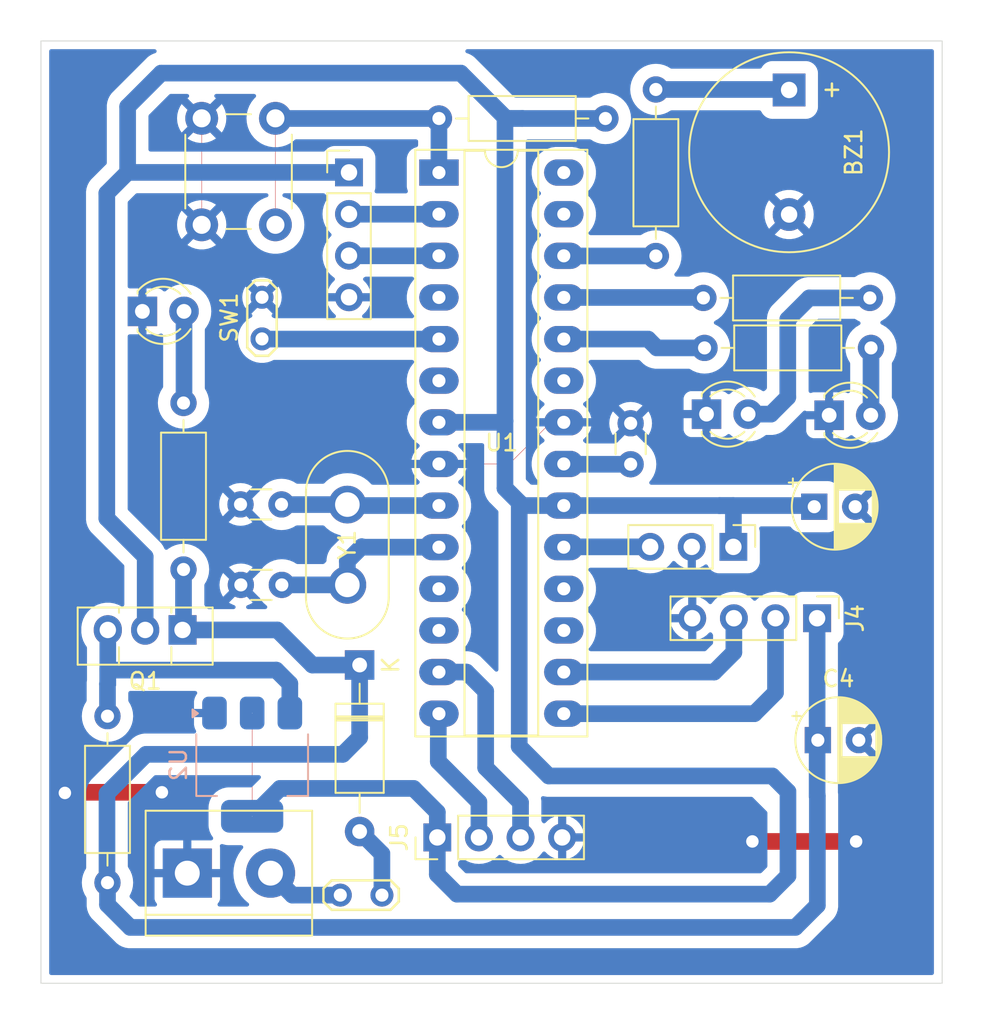
<source format=kicad_pcb>
(kicad_pcb (version 20240108) (generator "pcbnew") (generator_version "8.0")
  (layers (0 "F.Cu" signal) (31 "B.Cu" signal) (34 "B.Paste" user) (35 "F.Paste" user) (36 "B.SilkS" user "B.Silkscreen") (37 "F.SilkS" user "F.Silkscreen") (38 "B.Mask" user) (39 "F.Mask" user) (44 "Edge.Cuts" user))
  (net 0 "")
  (net 1 "GND")
  (net 2 "Net-(BZ1-+)")
  (net 3 "Net-(U1-AREF)")
  (net 4 "Net-(U1-XTAL1{slash}PB6)")
  (net 5 "Net-(U1-XTAL2{slash}PB7)")
  (net 6 "+12V")
  (net 7 "+5V")
  (net 8 "Net-(D1-A)")
  (net 9 "Net-(D2-A)")
  (net 10 "Net-(D3-A)")
  (net 11 "Net-(D4-A)")
  (net 12 "Net-(J1-Pin_2)")
  (net 13 "/Rx")
  (net 14 "/Tx")
  (net 15 "/servo")
  (net 16 "/GSM_Rx")
  (net 17 "/GSM_Tx")
  (net 18 "/FP_Rx")
  (net 19 "/FP_Tx")
  (net 20 "Net-(Q1-B)")
  (net 21 "Net-(SW2A-A)")
  (net 22 "/red_pin")
  (net 23 "/green_pin")
  (net 24 "/buzzer_pin")
  (net 25 "Net-(U1-PD3)")
  (footprint "Connector_PinHeader_2.54mm:PinHeader_1x04_P2.54mm_Vertical" (layer "F.Cu") (at 161.79 118.36 -90)
    (property "Reference" "J4" (at 0 -2.33 90) (layer "F.SilkS"))
    (property "Value" "GSM")
    (pad "1" thru_hole rect (at 0 0 270) (size 1.7 1.7) (drill 1) (layers "*.Cu" "*.Mask") (net 6 "+12V"))
    (pad "2" thru_hole oval (at 0 2.54 270) (size 1.7 1.7) (drill 1) (layers "*.Cu" "*.Mask") (net 16 "/GSM_Rx"))
    (pad "3" thru_hole oval (at 0 5.08 270) (size 1.7 1.7) (drill 1) (layers "*.Cu" "*.Mask") (net 17 "/GSM_Tx"))
    (pad "4" thru_hole oval (at 0 7.62 270) (size 1.7 1.7) (drill 1) (layers "*.Cu" "*.Mask") (net 1 "GND"))
  )
  (footprint "Capacitor_THT:CP_Radial_D5.0mm_P2.50mm" (layer "F.Cu") (at 161.834887 125.8)
    (property "Reference" "C4" (at 1.25 -3.75 360) (layer "F.SilkS"))
    (property "Value" "100uF")
    (pad "1" thru_hole rect (at 0 0) (size 1.6 1.6) (drill 0.8) (layers "*.Cu" "*.Mask") (net 6 "+12V"))
    (pad "2" thru_hole circle (at 2.5 0) (size 1.6 1.6) (drill 0.8) (layers "*.Cu" "*.Mask") (net 1 "GND"))
  )
  (footprint "LED_THT:LED_D3.0mm" (layer "F.Cu") (at 155.04 105.905)
    (property "Reference" "D2" (hide yes))
    (property "Value" "Green")
    (pad "1" thru_hole rect (at 0 0) (size 1.8 1.8) (drill 0.9) (layers "*.Cu" "*.Mask") (net 1 "GND"))
    (pad "2" thru_hole circle (at 2.54 0) (size 1.8 1.8) (drill 0.9) (layers "*.Cu" "*.Mask") (net 9 "Net-(D2-A)"))
  )
  (footprint "Capacitor_THT:C_Disc_D3.0mm_W1.6mm_P2.50mm" (layer "F.Cu") (at 150.41 108.965 90)
    (property "Reference" "C1" (hide yes))
    (property "Value" "100nF")
    (pad "1" thru_hole circle (at 0 0 90) (size 1.6 1.6) (drill 0.8) (layers "*.Cu" "*.Mask") (net 3 "Net-(U1-AREF)"))
    (pad "2" thru_hole circle (at 2.5 0 90) (size 1.6 1.6) (drill 0.8) (layers "*.Cu" "*.Mask") (net 1 "GND"))
  )
  (footprint "Button_Switch_THT:SW_PUSH_6mm" (layer "F.Cu") (at 128.73 87.855 -90)
    (property "Reference" "SW2" (hide yes))
    (property "Value" "Reset")
    (pad "1" thru_hole circle (at 0 0) (size 2 2) (drill 1.1) (layers "*.Cu" "*.Mask") (net 21 "Net-(SW2A-A)"))
    (pad "1" thru_hole circle (at 6.5 0) (size 2 2) (drill 1.1) (layers "*.Cu" "*.Mask") (net 21 "Net-(SW2A-A)"))
    (pad "2" thru_hole circle (at 0 4.5) (size 2 2) (drill 1.1) (layers "*.Cu" "*.Mask") (net 1 "GND"))
    (pad "2" thru_hole circle (at 6.5 4.5) (size 2 2) (drill 1.1) (layers "*.Cu" "*.Mask") (net 1 "GND"))
  )
  (footprint "Diode_THT:D_A-405_P10.16mm_Horizontal" (layer "F.Cu") (at 133.87 121.215 -90)
    (property "Reference" "D3" (hide yes))
    (property "Value" "1N4001")
    (fp_text user "K" (at 0 -1.9 90) (layer "F.SilkS"))
    (pad "1" thru_hole rect (at 0 0 270) (size 1.8 1.8) (drill 0.9) (layers "*.Cu" "*.Mask") (net 6 "+12V"))
    (pad "2" thru_hole oval (at 10.16 0 270) (size 1.8 1.8) (drill 0.9) (layers "*.Cu" "*.Mask") (net 10 "Net-(D3-A)"))
  )
  (footprint "Resistor_THT:R_Axial_DIN0207_L6.3mm_D2.5mm_P10.16mm_Horizontal" (layer "F.Cu") (at 154.85 98.815)
    (property "Reference" "R3" (hide yes))
    (property "Value" "220")
    (pad "1" thru_hole circle (at 0 0) (size 1.6 1.6) (drill 0.8) (layers "*.Cu" "*.Mask") (net 23 "/green_pin"))
    (pad "2" thru_hole oval (at 10.16 0) (size 1.6 1.6) (drill 0.8) (layers "*.Cu" "*.Mask") (net 9 "Net-(D2-A)"))
  )
  (footprint "TestPoint:TestPoint_2Pads_Pitch2.54mm_Drill0.8mm" (layer "F.Cu") (at 132.69 135.255)
    (property "Reference" "SW3" (hide yes))
    (property "Value" "Switch" (hide yes))
    (pad "1" thru_hole circle (at 0 0) (size 1.4 1.4) (drill 0.8) (layers "*.Cu" "*.Mask") (net 12 "Net-(J1-Pin_2)"))
    (pad "2" thru_hole circle (at 2.54 0) (size 1.4 1.4) (drill 0.8) (layers "*.Cu" "*.Mask") (net 10 "Net-(D3-A)"))
  )
  (footprint "Resistor_THT:R_Axial_DIN0207_L6.3mm_D2.5mm_P10.16mm_Horizontal" (layer "F.Cu") (at 154.92 101.865)
    (property "Reference" "R2" (hide yes))
    (property "Value" "220")
    (pad "1" thru_hole circle (at 0 0) (size 1.6 1.6) (drill 0.8) (layers "*.Cu" "*.Mask") (net 22 "/red_pin"))
    (pad "2" thru_hole oval (at 10.16 0) (size 1.6 1.6) (drill 0.8) (layers "*.Cu" "*.Mask") (net 8 "Net-(D1-A)"))
  )
  (footprint "Buzzer_Beeper:Buzzer_12x9.5RM7.6" (layer "F.Cu") (at 160.08 86.125 -90)
    (property "Reference" "BZ1" (at 3.8 -3.95 90) (layer "F.SilkS"))
    (property "Value" "Buzzer")
    (fp_text user "+" (at -0.01 -2.54 90) (layer "F.SilkS"))
    (pad "1" thru_hole rect (at 0 0 270) (size 2 2) (drill 1) (layers "*.Cu" "*.Mask") (net 2 "Net-(BZ1-+)"))
    (pad "2" thru_hole circle (at 7.6 0 270) (size 2 2) (drill 1) (layers "*.Cu" "*.Mask") (net 1 "GND"))
  )
  (footprint "TestPoint:TestPoint_2Pads_Pitch2.54mm_Drill0.8mm" (layer "F.Cu") (at 127.91 101.315 90)
    (property "Reference" "SW1" (at 1.3 -2 270) (layer "F.SilkS"))
    (property "Value" "Button")
    (pad "1" thru_hole circle (at 0 0 90) (size 1.4 1.4) (drill 0.8) (layers "*.Cu" "*.Mask") (net 25 "Net-(U1-PD3)"))
    (pad "2" thru_hole circle (at 2.54 0 90) (size 1.4 1.4) (drill 0.8) (layers "*.Cu" "*.Mask") (net 1 "GND"))
  )
  (footprint "LED_THT:LED_D3.0mm" (layer "F.Cu") (at 120.61 99.635)
    (property "Reference" "D4" (hide yes))
    (property "Value" "Power")
    (pad "1" thru_hole rect (at 0 0) (size 1.8 1.8) (drill 0.9) (layers "*.Cu" "*.Mask") (net 1 "GND"))
    (pad "2" thru_hole circle (at 2.54 0) (size 1.8 1.8) (drill 0.9) (layers "*.Cu" "*.Mask") (net 11 "Net-(D4-A)"))
  )
  (footprint "Crystal:Crystal_HC50_Vertical" (layer "F.Cu") (at 133.12 116.325 90)
    (property "Reference" "Y1" (at 2.45 -0.01 270) (layer "F.SilkS"))
    (property "Value" "16MHz")
    (pad "1" thru_hole circle (at 0 0 90) (size 2.3 2.3) (drill 1.5) (layers "*.Cu" "*.Mask") (net 5 "Net-(U1-XTAL2{slash}PB7)"))
    (pad "2" thru_hole circle (at 4.9 0 90) (size 2.3 2.3) (drill 1.5) (layers "*.Cu" "*.Mask") (net 4 "Net-(U1-XTAL1{slash}PB6)"))
  )
  (footprint "Capacitor_THT:CP_Radial_D5.0mm_P2.50mm" (layer "F.Cu") (at 161.614888 111.555)
    (property "Reference" "C5" (hide yes))
    (property "Value" "100uF")
    (pad "1" thru_hole rect (at 0 0) (size 1.6 1.6) (drill 0.8) (layers "*.Cu" "*.Mask") (net 7 "+5V"))
    (pad "2" thru_hole circle (at 2.5 0) (size 1.6 1.6) (drill 0.8) (layers "*.Cu" "*.Mask") (net 1 "GND"))
  )
  (footprint "Resistor_THT:R_Axial_DIN0207_L6.3mm_D2.5mm_P10.16mm_Horizontal" (layer "F.Cu") (at 118.48 134.495 90)
    (property "Reference" "R6" (hide yes))
    (property "Value" "3")
    (pad "1" thru_hole circle (at 0 0 90) (size 1.6 1.6) (drill 0.8) (layers "*.Cu" "*.Mask") (net 6 "+12V"))
    (pad "2" thru_hole oval (at 10.16 0 90) (size 1.6 1.6) (drill 0.8) (layers "*.Cu" "*.Mask") (net 20 "Net-(Q1-B)"))
  )
  (footprint "Connector_PinHeader_2.54mm:PinHeader_1x03_P2.54mm_Vertical" (layer "F.Cu") (at 156.68 114.005 -90)
    (property "Reference" "J3" (hide yes))
    (property "Value" "Servo" (hide yes))
    (pad "1" thru_hole rect (at 0 0 270) (size 1.7 1.7) (drill 1) (layers "*.Cu" "*.Mask") (net 7 "+5V"))
    (pad "2" thru_hole oval (at 0 2.54 270) (size 1.7 1.7) (drill 1) (layers "*.Cu" "*.Mask") (net 1 "GND"))
    (pad "3" thru_hole oval (at 0 5.08 270) (size 1.7 1.7) (drill 1) (layers "*.Cu" "*.Mask") (net 15 "/servo"))
  )
  (footprint "Package_TO_SOT_THT:TO-126-3_Vertical" (layer "F.Cu") (at 123.06 119.075 180)
    (property "Reference" "Q1" (at 2.28 -3.12 180) (layer "F.SilkS"))
    (property "Value" "BD138")
    (pad "1" thru_hole rect (at 0 0 180) (size 1.71 1.8) (drill 1) (layers "*.Cu" "*.Mask") (net 6 "+12V"))
    (pad "2" thru_hole oval (at 2.28 0 180) (size 1.71 1.8) (drill 1) (layers "*.Cu" "*.Mask") (net 7 "+5V"))
    (pad "3" thru_hole oval (at 4.56 0 180) (size 1.71 1.8) (drill 1) (layers "*.Cu" "*.Mask") (net 20 "Net-(Q1-B)"))
  )
  (footprint "LED_THT:LED_D3.0mm" (layer "F.Cu") (at 162.525 105.975)
    (property "Reference" "D1" (hide yes))
    (property "Value" "Red")
    (pad "1" thru_hole rect (at 0 0) (size 1.8 1.8) (drill 0.9) (layers "*.Cu" "*.Mask") (net 1 "GND"))
    (pad "2" thru_hole circle (at 2.54 0) (size 1.8 1.8) (drill 0.9) (layers "*.Cu" "*.Mask") (net 8 "Net-(D1-A)"))
  )
  (footprint "TerminalBlock:TerminalBlock_bornier-2_P5.08mm" (layer "F.Cu") (at 123.35 133.915)
    (property "Reference" "J1" (hide yes))
    (property "Value" "Power")
    (pad "1" thru_hole rect (at 0 0) (size 3 3) (drill 1.52) (layers "*.Cu" "*.Mask") (net 1 "GND"))
    (pad "2" thru_hole circle (at 5.08 0) (size 3 3) (drill 1.52) (layers "*.Cu" "*.Mask") (net 12 "Net-(J1-Pin_2)"))
  )
  (footprint "Connector_PinHeader_2.54mm:PinHeader_1x04_P2.54mm_Vertical" (layer "F.Cu") (at 138.61 131.735 90)
    (property "Reference" "J5" (at 0 -2.33 270) (layer "F.SilkS"))
    (property "Value" "Finger Print")
    (pad "1" thru_hole rect (at 0 0 90) (size 1.7 1.7) (drill 1) (layers "*.Cu" "*.Mask") (net 7 "+5V"))
    (pad "2" thru_hole oval (at 0 2.54 90) (size 1.7 1.7) (drill 1) (layers "*.Cu" "*.Mask") (net 18 "/FP_Rx"))
    (pad "3" thru_hole oval (at 0 5.08 90) (size 1.7 1.7) (drill 1) (layers "*.Cu" "*.Mask") (net 19 "/FP_Tx"))
    (pad "4" thru_hole oval (at 0 7.62 90) (size 1.7 1.7) (drill 1) (layers "*.Cu" "*.Mask") (net 1 "GND"))
  )
  (footprint "Connector_PinHeader_2.54mm:PinHeader_1x04_P2.54mm_Vertical" (layer "F.Cu") (at 133.22 91.155)
    (property "Reference" "J2" (hide yes))
    (property "Value" "Program")
    (pad "1" thru_hole rect (at 0 0) (size 1.7 1.7) (drill 1) (layers "*.Cu" "*.Mask") (net 7 "+5V"))
    (pad "2" thru_hole oval (at 0 2.54) (size 1.7 1.7) (drill 1) (layers "*.Cu" "*.Mask") (net 13 "/Rx"))
    (pad "3" thru_hole oval (at 0 5.08) (size 1.7 1.7) (drill 1) (layers "*.Cu" "*.Mask") (net 14 "/Tx"))
    (pad "4" thru_hole oval (at 0 7.62) (size 1.7 1.7) (drill 1) (layers "*.Cu" "*.Mask") (net 1 "GND"))
  )
  (footprint "Resistor_THT:R_Axial_DIN0207_L6.3mm_D2.5mm_P10.16mm_Horizontal" (layer "F.Cu") (at 151.95 96.255 90)
    (property "Reference" "R4" (hide yes))
    (property "Value" "100")
    (pad "1" thru_hole circle (at 0 0 90) (size 1.6 1.6) (drill 0.8) (layers "*.Cu" "*.Mask") (net 24 "/buzzer_pin"))
    (pad "2" thru_hole oval (at 10.16 0 90) (size 1.6 1.6) (drill 0.8) (layers "*.Cu" "*.Mask") (net 2 "Net-(BZ1-+)"))
  )
  (footprint "Capacitor_THT:C_Disc_D3.0mm_W1.6mm_P2.50mm" (layer "F.Cu") (at 126.62 116.325)
    (property "Reference" "C3" (hide yes))
    (property "Value" "22pF")
    (pad "1" thru_hole circle (at 0 0) (size 1.6 1.6) (drill 0.8) (layers "*.Cu" "*.Mask") (net 1 "GND"))
    (pad "2" thru_hole circle (at 2.5 0) (size 1.6 1.6) (drill 0.8) (layers "*.Cu" "*.Mask") (net 5 "Net-(U1-XTAL2{slash}PB7)"))
  )
  (footprint "Resistor_THT:R_Axial_DIN0207_L6.3mm_D2.5mm_P10.16mm_Horizontal" (layer "F.Cu") (at 138.71 87.865)
    (property "Reference" "R1" (hide yes))
    (property "Value" "10k")
    (pad "1" thru_hole circle (at 0 0) (size 1.6 1.6) (drill 0.8) (layers "*.Cu" "*.Mask") (net 21 "Net-(SW2A-A)"))
    (pad "2" thru_hole oval (at 10.16 0) (size 1.6 1.6) (drill 0.8) (layers "*.Cu" "*.Mask") (net 7 "+5V"))
  )
  (footprint "Package_DIP:DIP-28_W7.62mm_Socket_LongPads" (layer "F.Cu") (at 138.71 91.165)
    (property "Reference" "U1" (at 3.83 16.49 0) (layer "F.SilkS"))
    (property "Value" "ATmega328P-P")
    (pad "1" thru_hole rect (at 0 0) (size 2.4 1.6) (drill 0.8) (layers "*.Cu" "*.Mask") (net 21 "Net-(SW2A-A)"))
    (pad "2" thru_hole oval (at 0 2.54) (size 2.4 1.6) (drill 0.8) (layers "*.Cu" "*.Mask") (net 13 "/Rx"))
    (pad "3" thru_hole oval (at 0 5.08) (size 2.4 1.6) (drill 0.8) (layers "*.Cu" "*.Mask") (net 14 "/Tx"))
    (pad "4" thru_hole oval (at 0 7.62) (size 2.4 1.6) (drill 0.8) (layers "*.Cu" "*.Mask"))
    (pad "5" thru_hole oval (at 0 10.16) (size 2.4 1.6) (drill 0.8) (layers "*.Cu" "*.Mask") (net 25 "Net-(U1-PD3)"))
    (pad "6" thru_hole oval (at 0 12.7) (size 2.4 1.6) (drill 0.8) (layers "*.Cu" "*.Mask"))
    (pad "7" thru_hole oval (at 0 15.24) (size 2.4 1.6) (drill 0.8) (layers "*.Cu" "*.Mask") (net 7 "+5V"))
    (pad "8" thru_hole oval (at 0 17.78) (size 2.4 1.6) (drill 0.8) (layers "*.Cu" "*.Mask") (net 1 "GND"))
    (pad "9" thru_hole oval (at 0 20.32) (size 2.4 1.6) (drill 0.8) (layers "*.Cu" "*.Mask") (net 4 "Net-(U1-XTAL1{slash}PB6)"))
    (pad "10" thru_hole oval (at 0 22.86) (size 2.4 1.6) (drill 0.8) (layers "*.Cu" "*.Mask") (net 5 "Net-(U1-XTAL2{slash}PB7)"))
    (pad "11" thru_hole oval (at 0 25.4) (size 2.4 1.6) (drill 0.8) (layers "*.Cu" "*.Mask"))
    (pad "12" thru_hole oval (at 0 27.94) (size 2.4 1.6) (drill 0.8) (layers "*.Cu" "*.Mask"))
    (pad "13" thru_hole oval (at 0 30.48) (size 2.4 1.6) (drill 0.8) (layers "*.Cu" "*.Mask") (net 19 "/FP_Tx"))
    (pad "14" thru_hole oval (at 0 33.02) (size 2.4 1.6) (drill 0.8) (layers "*.Cu" "*.Mask") (net 18 "/FP_Rx"))
    (pad "15" thru_hole oval (at 7.62 33.02) (size 2.4 1.6) (drill 0.8) (layers "*.Cu" "*.Mask") (net 16 "/GSM_Rx"))
    (pad "16" thru_hole oval (at 7.62 30.48) (size 2.4 1.6) (drill 0.8) (layers "*.Cu" "*.Mask") (net 17 "/GSM_Tx"))
    (pad "17" thru_hole oval (at 7.62 27.94) (size 2.4 1.6) (drill 0.8) (layers "*.Cu" "*.Mask"))
    (pad "18" thru_hole oval (at 7.62 25.4) (size 2.4 1.6) (drill 0.8) (layers "*.Cu" "*.Mask"))
    (pad "19" thru_hole oval (at 7.62 22.86) (size 2.4 1.6) (drill 0.8) (layers "*.Cu" "*.Mask") (net 15 "/servo"))
    (pad "20" thru_hole oval (at 7.62 20.32) (size 2.4 1.6) (drill 0.8) (layers "*.Cu" "*.Mask") (net 7 "+5V"))
    (pad "21" thru_hole oval (at 7.62 17.78) (size 2.4 1.6) (drill 0.8) (layers "*.Cu" "*.Mask") (net 3 "Net-(U1-AREF)"))
    (pad "22" thru_hole oval (at 7.62 15.24) (size 2.4 1.6) (drill 0.8) (layers "*.Cu" "*.Mask") (net 1 "GND"))
    (pad "23" thru_hole oval (at 7.62 12.7) (size 2.4 1.6) (drill 0.8) (layers "*.Cu" "*.Mask"))
    (pad "24" thru_hole oval (at 7.62 10.16) (size 2.4 1.6) (drill 0.8) (layers "*.Cu" "*.Mask") (net 22 "/red_pin"))
    (pad "25" thru_hole oval (at 7.62 7.62) (size 2.4 1.6) (drill 0.8) (layers "*.Cu" "*.Mask") (net 23 "/green_pin"))
    (pad "26" thru_hole oval (at 7.62 5.08) (size 2.4 1.6) (drill 0.8) (layers "*.Cu" "*.Mask") (net 24 "/buzzer_pin"))
    (pad "27" thru_hole oval (at 7.62 2.54) (size 2.4 1.6) (drill 0.8) (layers "*.Cu" "*.Mask"))
    (pad "28" thru_hole oval (at 7.62 0) (size 2.4 1.6) (drill 0.8) (layers "*.Cu" "*.Mask"))
  )
  (footprint "Resistor_THT:R_Axial_DIN0207_L6.3mm_D2.5mm_P10.16mm_Horizontal" (layer "F.Cu") (at 123.12 115.385 90)
    (property "Reference" "R5" (hide yes))
    (property "Value" "1k")
    (pad "1" thru_hole circle (at 0 0 90) (size 1.6 1.6) (drill 0.8) (layers "*.Cu" "*.Mask") (net 6 "+12V"))
    (pad "2" thru_hole oval (at 10.16 0 90) (size 1.6 1.6) (drill 0.8) (layers "*.Cu" "*.Mask") (net 11 "Net-(D4-A)"))
  )
  (footprint "Capacitor_THT:C_Disc_D3.0mm_W1.6mm_P2.50mm" (layer "F.Cu") (at 129.1 111.415 180)
    (property "Reference" "C2" (hide yes))
    (property "Value" "22pF")
    (pad "1" thru_hole circle (at 0 0 180) (size 1.6 1.6) (drill 0.8) (layers "*.Cu" "*.Mask") (net 4 "Net-(U1-XTAL1{slash}PB6)"))
    (pad "2" thru_hole circle (at 2.5 0 180) (size 1.6 1.6) (drill 0.8) (layers "*.Cu" "*.Mask") (net 1 "GND"))
  )
  (footprint "Package_TO_SOT_SMD:SOT-223-3_TabPin2" (layer "B.Cu") (at 127.31 127.295 -90)
    (property "Reference" "U2" (at 0 4.5 90) (layer "B.SilkS") (effects (justify mirror)))
    (property "Value" "AMS1117-5.0")
    (pad "1" smd roundrect (at -3.15 2.3 270) (size 2 1.5) (layers "B.Cu" "B.Paste" "B.Mask") (net 1 "GND"))
    (pad "2" smd roundrect (at -3.15 0 270) (size 2 1.5) (layers "B.Cu" "B.Paste" "B.Mask") (net 7 "+5V"))
    (pad "2" smd roundrect (at 3.15 0 270) (size 2 3.8) (layers "B.Cu" "B.Paste" "B.Mask") (net 7 "+5V"))
    (pad "3" smd roundrect (at -3.15 -2.3 270) (size 2 1.5) (layers "B.Cu" "B.Paste" "B.Mask") (net 20 "Net-(Q1-B)"))
  )
  (gr_line (start 169.42 140.635) (end 114.42 140.635) (stroke (width 0.05)) (layer "Edge.Cuts"))
  (gr_line (start 169.42 83.135) (end 169.42 140.635) (stroke (width 0.05)) (layer "Edge.Cuts"))
  (gr_line (start 114.42 140.635) (end 114.42 83.135) (stroke (width 0.05)) (layer "Edge.Cuts"))
  (gr_line (start 114.42 83.135) (end 169.42 83.135) (stroke (width 0.05)) (layer "Edge.Cuts"))
  (segment (start 143.002578 108.945) (end 145.542578 106.405) (width 0.0254) (layer "F.Cu") (net 1))
  (segment (start 121.8 128.98) (end 115.92 128.98) (width 1.016) (layer "F.Cu") (net 1))
  (segment (start 138.71 108.945) (end 143.002578 108.945) (width 0.0254) (layer "F.Cu") (net 1))
  (segment (start 157.84 131.98) (end 164.17 131.98) (width 1.016) (layer "F.Cu") (net 1))
  (segment (start 115.92 128.98) (end 115.88 129.02) (width 1.016) (layer "F.Cu") (net 1))
  (segment (start 145.542578 106.405) (end 146.33 106.405) (width 0.0254) (layer "F.Cu") (net 1))
  (segment (start 124.23 87.855) (end 124.23 94.355) (width 0.0254) (layer "F.Cu") (net 1))
  (via (at 121.8 128.98) (size 1.778) (drill 0.762) (layers "F.Cu" "B.Cu") (net 1))
  (via (at 164.17 131.98) (size 1.778) (drill 0.762) (layers "F.Cu" "B.Cu") (net 1))
  (via (at 157.84 131.98) (size 1.778) (drill 0.762) (layers "F.Cu" "B.Cu") (net 1))
  (via (at 115.88 129.02) (size 1.778) (drill 0.762) (layers "F.Cu" "B.Cu") (net 1))
  (segment (start 151.95 86.095) (end 160.05 86.095) (width 1.016) (layer "B.Cu") (net 2))
  (segment (start 160.05 86.095) (end 160.08 86.125) (width 1.016) (layer "B.Cu") (net 2))
  (segment (start 146.35 108.965) (end 146.33 108.945) (width 1.016) (layer "B.Cu") (net 3))
  (segment (start 150.41 108.965) (end 146.35 108.965) (width 1.016) (layer "B.Cu") (net 3))
  (segment (start 133.12 111.425) (end 129.11 111.425) (width 1.016) (layer "B.Cu") (net 4))
  (segment (start 133.18 111.485) (end 133.12 111.425) (width 1.016) (layer "B.Cu") (net 4))
  (segment (start 138.71 111.485) (end 133.18 111.485) (width 1.016) (layer "B.Cu") (net 4))
  (segment (start 129.11 111.425) (end 129.1 111.415) (width 1.016) (layer "B.Cu") (net 4))
  (segment (start 134 113.995) (end 133.12 114.875) (width 1.016) (layer "B.Cu") (net 5))
  (segment (start 133.12 116.325) (end 129.12 116.325) (width 1.016) (layer "B.Cu") (net 5))
  (segment (start 133.12 114.875) (end 133.12 116.325) (width 1.016) (layer "B.Cu") (net 5))
  (segment (start 134.03 114.025) (end 134 113.995) (width 1.016) (layer "B.Cu") (net 5))
  (segment (start 138.71 114.025) (end 134.03 114.025) (width 1.016) (layer "B.Cu") (net 5))
  (segment (start 128.844472 119.075) (end 130.984472 121.215) (width 1.016) (layer "B.Cu") (net 6))
  (segment (start 161.805113 129.195) (end 161.805113 135.879887) (width 1.016) (layer "B.Cu") (net 6))
  (segment (start 161.85 118.27) (end 161.79 118.33) (width 1.016) (layer "B.Cu") (net 6))
  (segment (start 123.12 115.385) (end 123.12 119.015) (width 1.016) (layer "B.Cu") (net 6))
  (segment (start 123.06 119.075) (end 128.844472 119.075) (width 1.016) (layer "B.Cu") (net 6))
  (segment (start 133.87 125.635) (end 132.84 126.665) (width 1.016) (layer "B.Cu") (net 6))
  (segment (start 130.984472 121.215) (end 133.87 121.215) (width 1.016) (layer "B.Cu") (net 6))
  (segment (start 119.87 137.225) (end 118.48 135.835) (width 1.016) (layer "B.Cu") (net 6))
  (segment (start 120.835 126.665) (end 118.45 129.05) (width 1.016) (layer "B.Cu") (net 6))
  (segment (start 118.45 129.05) (end 118.45 134.405) (width 1.016) (layer "B.Cu") (net 6))
  (segment (start 118.48 135.835) (end 118.48 134.495) (width 1.016) (layer "B.Cu") (net 6))
  (segment (start 161.79 118.33) (end 161.79 129.179887) (width 1.016) (layer "B.Cu") (net 6))
  (segment (start 123.12 119.015) (end 123.06 119.075) (width 1.016) (layer "B.Cu") (net 6))
  (segment (start 132.84 126.665) (end 120.835 126.665) (width 1.016) (layer "B.Cu") (net 6))
  (segment (start 161.805113 135.879887) (end 160.46 137.225) (width 1.016) (layer "B.Cu") (net 6))
  (segment (start 161.79 129.179887) (end 161.805113 129.195) (width 1.016) (layer "B.Cu") (net 6))
  (segment (start 133.87 121.215) (end 133.87 125.635) (width 1.016) (layer "B.Cu") (net 6))
  (segment (start 160.46 137.225) (end 119.87 137.225) (width 1.016) (layer "B.Cu") (net 6))
  (segment (start 127.31 130.445) (end 127.31 124.16) (width 0.0254) (layer "F.Cu") (net 7))
  (segment (start 127.31 124.16) (end 127.32 124.15) (width 0.0254) (layer "F.Cu") (net 7))
  (via (at 127.32 124.15) (size 0.0508) (drill 0.0254) (layers "F.Cu" "B.Cu") (net 7))
  (via (at 127.31 130.445) (size 0.0508) (drill 0.0254) (layers "F.Cu" "B.Cu") (net 7))
  (segment (start 118.44 92.425) (end 118.44 112.265) (width 1.016) (layer "B.Cu") (net 7))
  (segment (start 120.78 114.605) (end 120.78 119.075) (width 1.016) (layer "B.Cu") (net 7))
  (segment (start 138.61 131.735) (end 138.61 133.995) (width 1.016) (layer "B.Cu") (net 7))
  (segment (start 155.83 111.485) (end 156.68 111.485) (width 1.016) (layer "B.Cu") (net 7))
  (segment (start 127.31 130.445) (end 129.01 128.745) (width 1.016) (layer "B.Cu") (net 7))
  (segment (start 142.81 87.865) (end 143.8 87.865) (width 1.016) (layer "B.Cu") (net 7))
  (segment (start 138.61 133.995) (end 139.81 135.195) (width 1.016) (layer "B.Cu") (net 7))
  (segment (start 118.44 112.265) (end 120.78 114.605) (width 1.016) (layer "B.Cu") (net 7))
  (segment (start 142.74 87.865) (end 142.74 106.325) (width 1.016) (layer "B.Cu") (net 7))
  (segment (start 129.01 128.745) (end 137.16 128.745) (width 1.016) (layer "B.Cu") (net 7))
  (segment (start 142.74 106.325) (end 142.74 110.425) (width 1.016) (layer "B.Cu") (net 7))
  (segment (start 161.544888 111.485) (end 161.614888 111.555) (width 1.016) (layer "B.Cu") (net 7))
  (segment (start 159.055 127.985) (end 145.41 127.985) (width 1.016) (layer "B.Cu") (net 7))
  (segment (start 146.33 111.485) (end 155.83 111.485) (width 1.016) (layer "B.Cu") (net 7))
  (segment (start 121.76 85.095) (end 140.04 85.095) (width 1.016) (layer "B.Cu") (net 7))
  (segment (start 140.04 85.095) (end 142.81 87.865) (width 1.016) (layer "B.Cu") (net 7))
  (segment (start 160.012 134.078) (end 160.012 128.942) (width 1.016) (layer "B.Cu") (net 7))
  (segment (start 138.71 106.405) (end 142.66 106.405) (width 1.016) (layer "B.Cu") (net 7))
  (segment (start 158.895 135.195) (end 160.012 134.078) (width 1.016) (layer "B.Cu") (net 7))
  (segment (start 143.61 111.295) (end 142.74 110.425) (width 1.016) (layer "B.Cu") (net 7))
  (segment (start 143.8 87.865) (end 142.74 87.865) (width 1.016) (layer "B.Cu") (net 7))
  (segment (start 143.61 126.185) (end 143.61 111.295) (width 1.016) (layer "B.Cu") (net 7))
  (segment (start 155.83 111.485) (end 161.544888 111.485) (width 1.016) (layer "B.Cu") (net 7))
  (segment (start 137.16 128.745) (end 138.61 130.195) (width 1.016) (layer "B.Cu") (net 7))
  (segment (start 160.012 128.942) (end 159.055 127.985) (width 1.016) (layer "B.Cu") (net 7))
  (segment (start 119.71 91.155) (end 118.44 92.425) (width 1.016) (layer "B.Cu") (net 7))
  (segment (start 142.66 106.405) (end 142.74 106.325) (width 1.016) (layer "B.Cu") (net 7))
  (segment (start 142.74 110.425) (end 143.8 111.485) (width 1.016) (layer "B.Cu") (net 7))
  (segment (start 148.87 87.865) (end 143.8 87.865) (width 1.016) (layer "B.Cu") (net 7))
  (segment (start 156.68 111.485) (end 156.68 114.005) (width 1.016) (layer "B.Cu") (net 7))
  (segment (start 119.71 87.145) (end 121.76 85.095) (width 1.016) (layer "B.Cu") (net 7))
  (segment (start 119.71 91.155) (end 119.71 87.145) (width 1.016) (layer "B.Cu") (net 7))
  (segment (start 143.8 111.485) (end 146.33 111.485) (width 1.016) (layer "B.Cu") (net 7))
  (segment (start 133.22 91.155) (end 119.71 91.155) (width 1.016) (layer "B.Cu") (net 7))
  (segment (start 145.41 127.985) (end 143.61 126.185) (width 1.016) (layer "B.Cu") (net 7))
  (segment (start 139.81 135.195) (end 158.895 135.195) (width 1.016) (layer "B.Cu") (net 7))
  (segment (start 138.61 130.195) (end 138.61 131.735) (width 1.016) (layer "B.Cu") (net 7))
  (segment (start 165.08 105.96) (end 165.065 105.975) (width 1.016) (layer "B.Cu") (net 8))
  (segment (start 165.08 101.865) (end 165.08 105.96) (width 1.016) (layer "B.Cu") (net 8))
  (segment (start 160 100.125) (end 160 104.875) (width 1.016) (layer "B.Cu") (net 9))
  (segment (start 161.31 98.815) (end 160 100.125) (width 1.016) (layer "B.Cu") (net 9))
  (segment (start 158.97 105.905) (end 157.58 105.905) (width 1.016) (layer "B.Cu") (net 9))
  (segment (start 165.01 98.815) (end 161.31 98.815) (width 1.016) (layer "B.Cu") (net 9))
  (segment (start 160 104.875) (end 158.97 105.905) (width 1.016) (layer "B.Cu") (net 9))
  (segment (start 135.23 132.735) (end 135.23 135.255) (width 1.016) (layer "B.Cu") (net 10))
  (segment (start 133.87 131.375) (end 135.23 132.735) (width 1.016) (layer "B.Cu") (net 10))
  (segment (start 123.15 105.195) (end 123.12 105.225) (width 1.016) (layer "B.Cu") (net 11))
  (segment (start 123.15 99.635) (end 123.15 105.195) (width 1.016) (layer "B.Cu") (net 11))
  (segment (start 129.77 135.255) (end 128.43 133.915) (width 1.016) (layer "B.Cu") (net 12))
  (segment (start 132.69 135.255) (end 129.77 135.255) (width 1.016) (layer "B.Cu") (net 12))
  (segment (start 138.71 93.705) (end 133.23 93.705) (width 1.016) (layer "B.Cu") (net 13))
  (segment (start 133.23 93.705) (end 133.22 93.695) (width 1.016) (layer "B.Cu") (net 13))
  (segment (start 133.23 96.245) (end 133.22 96.235) (width 1.016) (layer "B.Cu") (net 14))
  (segment (start 138.71 96.245) (end 133.23 96.245) (width 1.016) (layer "B.Cu") (net 14))
  (segment (start 146.35 114.005) (end 146.33 114.025) (width 1.016) (layer "B.Cu") (net 15))
  (segment (start 151.6 114.005) (end 146.35 114.005) (width 1.016) (layer "B.Cu") (net 15))
  (segment (start 146.33 124.185) (end 157.96 124.185) (width 1.016) (layer "B.Cu") (net 16))
  (segment (start 159.25 122.895) (end 159.25 118.36) (width 1.016) (layer "B.Cu") (net 16))
  (segment (start 157.96 124.185) (end 159.25 122.895) (width 1.016) (layer "B.Cu") (net 16))
  (segment (start 156.71 118.36) (end 156.71 120.44) (width 1.016) (layer "B.Cu") (net 17))
  (segment (start 156.71 120.44) (end 155.505 121.645) (width 1.016) (layer "B.Cu") (net 17))
  (segment (start 155.505 121.645) (end 146.33 121.645) (width 1.016) (layer "B.Cu") (net 17))
  (segment (start 141.15 129.580528) (end 141.15 131.735) (width 1.016) (layer "B.Cu") (net 18))
  (segment (start 138.71 124.185) (end 138.67 124.225) (width 1.016) (layer "B.Cu") (net 18))
  (segment (start 138.67 124.225) (end 138.67 127.100528) (width 1.016) (layer "B.Cu") (net 18))
  (segment (start 138.67 127.100528) (end 141.15 129.580528) (width 1.016) (layer "B.Cu") (net 18))
  (segment (start 141.562 127.478056) (end 141.562 122.817) (width 1.016) (layer "B.Cu") (net 19))
  (segment (start 141.562 122.817) (end 140.39 121.645) (width 1.016) (layer "B.Cu") (net 19))
  (segment (start 143.69 129.606056) (end 141.562 127.478056) (width 1.016) (layer "B.Cu") (net 19))
  (segment (start 140.39 121.645) (end 138.71 121.645) (width 1.016) (layer "B.Cu") (net 19))
  (segment (start 143.69 131.735) (end 143.69 129.606056) (width 1.016) (layer "B.Cu") (net 19))
  (segment (start 129.61 122.355) (end 128.78 121.525) (width 1.016) (layer "B.Cu") (net 20))
  (segment (start 129.61 124.145) (end 129.61 122.355) (width 1.016) (layer "B.Cu") (net 20))
  (segment (start 128.78 121.525) (end 118.53 121.525) (width 1.016) (layer "B.Cu") (net 20))
  (segment (start 118.48 124.155) (end 118.51 124.185) (width 1.016) (layer "B.Cu") (net 20))
  (segment (start 118.53 121.525) (end 118.5 121.495) (width 1.016) (layer "B.Cu") (net 20))
  (segment (start 118.48 122.365) (end 118.48 124.155) (width 1.016) (layer "B.Cu") (net 20))
  (segment (start 118.5 122.345) (end 118.48 122.365) (width 1.016) (layer "B.Cu") (net 20))
  (segment (start 118.5 121.495) (end 118.5 122.345) (width 1.016) (layer "B.Cu") (net 20))
  (segment (start 118.5 122.345) (end 118.5 119.075) (width 1.016) (layer "B.Cu") (net 20))
  (segment (start 128.73 87.855) (end 128.73 94.355) (width 0.0254) (layer "F.Cu") (net 21))
  (segment (start 138.71 87.865) (end 138.71 91.165) (width 1.016) (layer "B.Cu") (net 21))
  (segment (start 128.74 87.865) (end 128.73 87.855) (width 1.016) (layer "B.Cu") (net 21))
  (segment (start 138.71 87.865) (end 128.74 87.865) (width 1.016) (layer "B.Cu") (net 21))
  (segment (start 152.01 101.865) (end 154.92 101.865) (width 1.016) (layer "B.Cu") (net 22))
  (segment (start 146.33 101.325) (end 151.47 101.325) (width 1.016) (layer "B.Cu") (net 22))
  (segment (start 151.47 101.325) (end 152.01 101.865) (width 1.016) (layer "B.Cu") (net 22))
  (segment (start 154.82 98.785) (end 154.85 98.815) (width 1.016) (layer "B.Cu") (net 23))
  (segment (start 146.33 98.785) (end 154.82 98.785) (width 1.016) (layer "B.Cu") (net 23))
  (segment (start 146.34 96.255) (end 146.33 96.245) (width 1.016) (layer "B.Cu") (net 24))
  (segment (start 151.95 96.255) (end 146.34 96.255) (width 1.016) (layer "B.Cu") (net 24))
  (segment (start 138.71 101.325) (end 127.92 101.325) (width 1.016) (layer "B.Cu") (net 25))
  (segment (start 127.92 101.325) (end 127.91 101.315) (width 1.016) (layer "B.Cu") (net 25))
  (zone (net 1) (net_name "GND") (layer "B.Cu") (connect_pads (clearance 0.5)) (min_thickness 0.25) (fill yes (thermal_gap 0.5) (thermal_bridge_width 0.5))
    (polygon (pts (xy 171.92 80.635) (xy 171.92 143.135) (xy 111.92 143.135) (xy 111.92 80.635)))
  )
)
</source>
